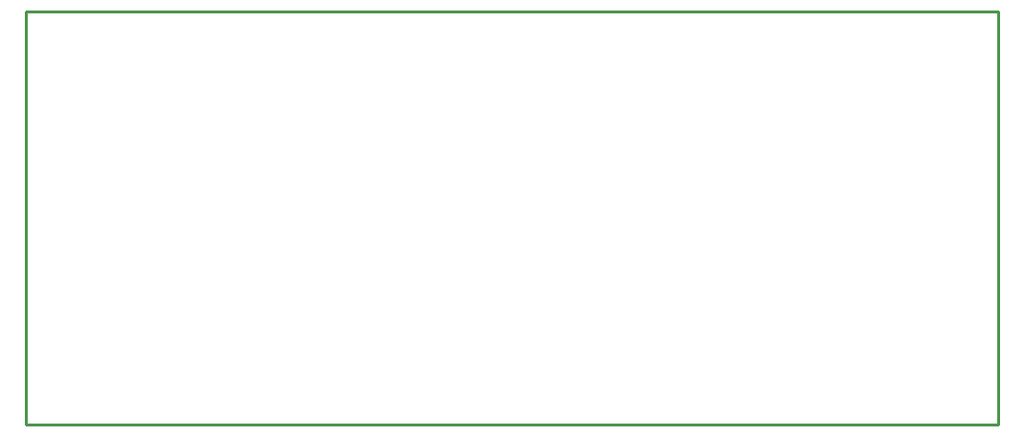
<source format=gbr>
G04 EAGLE Gerber RS-274X export*
G75*
%MOMM*%
%FSLAX34Y34*%
%LPD*%
%IN*%
%IPPOS*%
%AMOC8*
5,1,8,0,0,1.08239X$1,22.5*%
G01*
%ADD10C,0.254000*%


D10*
X50000Y200100D02*
X910000Y200100D01*
X910000Y565300D01*
X50000Y565300D01*
X50000Y200100D01*
M02*

</source>
